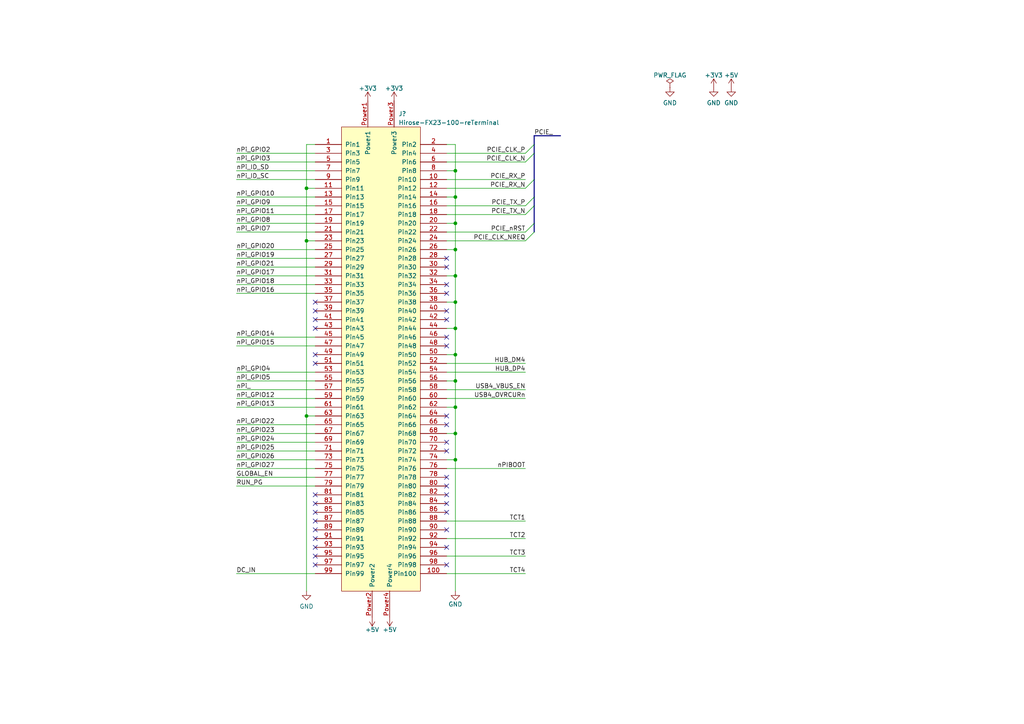
<source format=kicad_sch>
(kicad_sch (version 20211123) (generator eeschema)
  (paper "A4")
  (lib_symbols
    (symbol "local:Hirose-FX23-100-reTerminal" (pin_names (offset 1.016))
      (property "Reference" "J?" (at 5.08 71.12 0))
      (property "Value" "Hirose-FX23-100-reTerminal" (at 5.08 68.58 0))
      (symbol "Hirose-FX23-100-reTerminal_0_0"
        (pin passive line (at -3.81 74.93 270) (length 7.68) (name "Power1") (number "Power1"))
        (pin passive line (at -2.54 -74.93 90) (length 7.68) (name "Power2") (number "Power2"))
        (pin passive line (at 3.81 74.93 270) (length 7.68) (name "Power3") (number "Power3"))
        (pin passive line (at 2.54 -74.93 90) (length 7.68) (name "Power4") (number "Power4"))
      )
      (symbol "Hirose-FX23-100-reTerminal_1_0"
        (rectangle (start -11.43 -67.31) (end 11.43 67.31) (fill (type background)))
      )
      (symbol "Hirose-FX23-100-reTerminal_1_1"
        (pin passive line (at -19.05 62.23 0) (length 7.62) (name "Pin1") (number "1"))
        (pin passive line (at 19.05 52.07 180) (length 7.62) (name "Pin10") (number "10"))
        (pin passive line (at 19.05 -62.23 180) (length 7.62) (name "Pin100") (number "100"))
        (pin passive line (at -19.05 49.53 0) (length 7.62) (name "Pin11") (number "11"))
        (pin passive line (at 19.05 49.53 180) (length 7.62) (name "Pin12") (number "12"))
        (pin passive line (at -19.05 46.99 0) (length 7.62) (name "Pin13") (number "13"))
        (pin passive line (at 19.05 46.99 180) (length 7.62) (name "Pin14") (number "14"))
        (pin passive line (at -19.05 44.45 0) (length 7.62) (name "Pin15") (number "15"))
        (pin passive line (at 19.05 44.45 180) (length 7.62) (name "Pin16") (number "16"))
        (pin passive line (at -19.05 41.91 0) (length 7.62) (name "Pin17") (number "17"))
        (pin passive line (at 19.05 41.91 180) (length 7.62) (name "Pin18") (number "18"))
        (pin passive line (at -19.05 39.37 0) (length 7.62) (name "Pin19") (number "19"))
        (pin passive line (at 19.05 62.23 180) (length 7.62) (name "Pin2") (number "2"))
        (pin passive line (at 19.05 39.37 180) (length 7.62) (name "Pin20") (number "20"))
        (pin passive line (at -19.05 36.83 0) (length 7.62) (name "Pin21") (number "21"))
        (pin passive line (at 19.05 36.83 180) (length 7.62) (name "Pin22") (number "22"))
        (pin passive line (at -19.05 34.29 0) (length 7.62) (name "Pin23") (number "23"))
        (pin passive line (at 19.05 34.29 180) (length 7.62) (name "Pin24") (number "24"))
        (pin passive line (at -19.05 31.75 0) (length 7.62) (name "Pin25") (number "25"))
        (pin passive line (at 19.05 31.75 180) (length 7.62) (name "Pin26") (number "26"))
        (pin passive line (at -19.05 29.21 0) (length 7.62) (name "Pin27") (number "27"))
        (pin passive line (at 19.05 29.21 180) (length 7.62) (name "Pin28") (number "28"))
        (pin passive line (at -19.05 26.67 0) (length 7.62) (name "Pin29") (number "29"))
        (pin passive line (at -19.05 59.69 0) (length 7.62) (name "Pin3") (number "3"))
        (pin passive line (at 19.05 26.67 180) (length 7.62) (name "Pin30") (number "30"))
        (pin passive line (at -19.05 24.13 0) (length 7.62) (name "Pin31") (number "31"))
        (pin passive line (at 19.05 24.13 180) (length 7.62) (name "Pin32") (number "32"))
        (pin passive line (at -19.05 21.59 0) (length 7.62) (name "Pin33") (number "33"))
        (pin passive line (at 19.05 21.59 180) (length 7.62) (name "Pin34") (number "34"))
        (pin passive line (at -19.05 19.05 0) (length 7.62) (name "Pin35") (number "35"))
        (pin passive line (at 19.05 19.05 180) (length 7.62) (name "Pin36") (number "36"))
        (pin passive line (at -19.05 16.51 0) (length 7.62) (name "Pin37") (number "37"))
        (pin passive line (at 19.05 16.51 180) (length 7.62) (name "Pin38") (number "38"))
        (pin passive line (at -19.05 13.97 0) (length 7.62) (name "Pin39") (number "39"))
        (pin passive line (at 19.05 59.69 180) (length 7.62) (name "Pin4") (number "4"))
        (pin passive line (at 19.05 13.97 180) (length 7.62) (name "Pin40") (number "40"))
        (pin passive line (at -19.05 11.43 0) (length 7.62) (name "Pin41") (number "41"))
        (pin passive line (at 19.05 11.43 180) (length 7.62) (name "Pin42") (number "42"))
        (pin passive line (at -19.05 8.89 0) (length 7.62) (name "Pin43") (number "43"))
        (pin passive line (at 19.05 8.89 180) (length 7.62) (name "Pin44") (number "44"))
        (pin passive line (at -19.05 6.35 0) (length 7.62) (name "Pin45") (number "45"))
        (pin passive line (at 19.05 6.35 180) (length 7.62) (name "Pin46") (number "46"))
        (pin passive line (at -19.05 3.81 0) (length 7.62) (name "Pin47") (number "47"))
        (pin passive line (at 19.05 3.81 180) (length 7.62) (name "Pin48") (number "48"))
        (pin passive line (at -19.05 1.27 0) (length 7.62) (name "Pin49") (number "49"))
        (pin passive line (at -19.05 57.15 0) (length 7.62) (name "Pin5") (number "5"))
        (pin passive line (at 19.05 1.27 180) (length 7.62) (name "Pin50") (number "50"))
        (pin passive line (at -19.05 -1.27 0) (length 7.62) (name "Pin51") (number "51"))
        (pin passive line (at 19.05 -1.27 180) (length 7.62) (name "Pin52") (number "52"))
        (pin passive line (at -19.05 -3.81 0) (length 7.62) (name "Pin53") (number "53"))
        (pin passive line (at 19.05 -3.81 180) (length 7.62) (name "Pin54") (number "54"))
        (pin passive line (at -19.05 -6.35 0) (length 7.62) (name "Pin55") (number "55"))
        (pin passive line (at 19.05 -6.35 180) (length 7.62) (name "Pin56") (number "56"))
        (pin passive line (at -19.05 -8.89 0) (length 7.62) (name "Pin57") (number "57"))
        (pin passive line (at 19.05 -8.89 180) (length 7.62) (name "Pin58") (number "58"))
        (pin passive line (at -19.05 -11.43 0) (length 7.62) (name "Pin59") (number "59"))
        (pin passive line (at 19.05 57.15 180) (length 7.62) (name "Pin6") (number "6"))
        (pin passive line (at 19.05 -11.43 180) (length 7.62) (name "Pin60") (number "60"))
        (pin passive line (at -19.05 -13.97 0) (length 7.62) (name "Pin61") (number "61"))
        (pin passive line (at 19.05 -13.97 180) (length 7.62) (name "Pin62") (number "62"))
        (pin passive line (at -19.05 -16.51 0) (length 7.62) (name "Pin63") (number "63"))
        (pin passive line (at 19.05 -16.51 180) (length 7.62) (name "Pin64") (number "64"))
        (pin passive line (at -19.05 -19.05 0) (length 7.62) (name "Pin65") (number "65"))
        (pin passive line (at 19.05 -19.05 180) (length 7.62) (name "Pin66") (number "66"))
        (pin passive line (at -19.05 -21.59 0) (length 7.62) (name "Pin67") (number "67"))
        (pin passive line (at 19.05 -21.59 180) (length 7.62) (name "Pin68") (number "68"))
        (pin passive line (at -19.05 -24.13 0) (length 7.62) (name "Pin69") (number "69"))
        (pin passive line (at -19.05 54.61 0) (length 7.62) (name "Pin7") (number "7"))
        (pin passive line (at 19.05 -24.13 180) (length 7.62) (name "Pin70") (number "70"))
        (pin passive line (at -19.05 -26.67 0) (length 7.62) (name "Pin71") (number "71"))
        (pin passive line (at 19.05 -26.67 180) (length 7.62) (name "Pin72") (number "72"))
        (pin passive line (at -19.05 -29.21 0) (length 7.62) (name "Pin73") (number "73"))
        (pin passive line (at 19.05 -29.21 180) (length 7.62) (name "Pin74") (number "74"))
        (pin passive line (at -19.05 -31.75 0) (length 7.62) (name "Pin75") (number "75"))
        (pin passive line (at 19.05 -31.75 180) (length 7.62) (name "Pin76") (number "76"))
        (pin passive line (at -19.05 -34.29 0) (length 7.62) (name "Pin77") (number "77"))
        (pin passive line (at 19.05 -34.29 180) (length 7.62) (name "Pin78") (number "78"))
        (pin passive line (at -19.05 -36.83 0) (length 7.62) (name "Pin79") (number "79"))
        (pin passive line (at 19.05 54.61 180) (length 7.62) (name "Pin8") (number "8"))
        (pin passive line (at 19.05 -36.83 180) (length 7.62) (name "Pin80") (number "80"))
        (pin passive line (at -19.05 -39.37 0) (length 7.62) (name "Pin81") (number "81"))
        (pin passive line (at 19.05 -39.37 180) (length 7.62) (name "Pin82") (number "82"))
        (pin passive line (at -19.05 -41.91 0) (length 7.62) (name "Pin83") (number "83"))
        (pin passive line (at 19.05 -41.91 180) (length 7.62) (name "Pin84") (number "84"))
        (pin passive line (at -19.05 -44.45 0) (length 7.62) (name "Pin85") (number "85"))
        (pin passive line (at 19.05 -44.45 180) (length 7.62) (name "Pin86") (number "86"))
        (pin passive line (at -19.05 -46.99 0) (length 7.62) (name "Pin87") (number "87"))
        (pin passive line (at 19.05 -46.99 180) (length 7.62) (name "Pin88") (number "88"))
        (pin passive line (at -19.05 -49.53 0) (length 7.62) (name "Pin89") (number "89"))
        (pin passive line (at -19.05 52.07 0) (length 7.62) (name "Pin9") (number "9"))
        (pin passive line (at 19.05 -49.53 180) (length 7.62) (name "Pin90") (number "90"))
        (pin passive line (at -19.05 -52.07 0) (length 7.62) (name "Pin91") (number "91"))
        (pin passive line (at 19.05 -52.07 180) (length 7.62) (name "Pin92") (number "92"))
        (pin passive line (at -19.05 -54.61 0) (length 7.62) (name "Pin93") (number "93"))
        (pin passive line (at 19.05 -54.61 180) (length 7.62) (name "Pin94") (number "94"))
        (pin passive line (at -19.05 -57.15 0) (length 7.62) (name "Pin95") (number "95"))
        (pin passive line (at 19.05 -57.15 180) (length 7.62) (name "Pin96") (number "96"))
        (pin passive line (at -19.05 -59.69 0) (length 7.62) (name "Pin97") (number "97"))
        (pin passive line (at 19.05 -59.69 180) (length 7.62) (name "Pin98") (number "98"))
        (pin passive line (at -19.05 -62.23 0) (length 7.62) (name "Pin99") (number "99"))
      )
    )
    (symbol "power:+3.3V" (power) (pin_names (offset 0))
      (property "Value" "+3.3V" (at 0 3.556 0))
      (symbol "+3.3V_0_1"
        (polyline (pts (xy -0.762 1.27) (xy 0 2.54)))
        (polyline (pts (xy 0 0) (xy 0 2.54)))
        (polyline (pts (xy 0 2.54) (xy 0.762 1.27)))
      )
      (symbol "+3.3V_1_1"
        (pin power_in line (at 0 0 90) (length 0) hide (name "+3V3") (number "1"))
      )
    )
    (symbol "power:+5V" (power) (pin_names (offset 0))
      (property "Value" "+5V" (at 0 3.556 0))
      (symbol "+5V_0_1"
        (polyline (pts (xy -0.762 1.27) (xy 0 2.54)))
        (polyline (pts (xy 0 0) (xy 0 2.54)))
        (polyline (pts (xy 0 2.54) (xy 0.762 1.27)))
      )
      (symbol "+5V_1_1"
        (pin power_in line (at 0 0 90) (length 0) hide (name "+5V") (number "1"))
      )
    )
    (symbol "power:GND" (power) (pin_names (offset 0))
      (property "Value" "GND" (at 0 -3.81 0))
      (symbol "GND_0_1"
        (polyline (pts (xy 0 0) (xy 0 -1.27) (xy 1.27 -1.27) (xy 0 -2.54) (xy -1.27 -1.27) (xy 0 -1.27)))
      )
      (symbol "GND_1_1"
        (pin power_in line (at 0 0 270) (length 0) hide (name "GND") (number "1"))
      )
    )
    (symbol "power:PWR_FLAG" (power) (pin_numbers hide) (pin_names (offset 0) hide)
      (property "Value" "PWR_FLAG" (at 0 3.81 0))
      (symbol "PWR_FLAG_0_0"
        (pin power_out line (at 0 0 90) (length 0) (name "pwr") (number "1"))
      )
      (symbol "PWR_FLAG_0_1"
        (polyline (pts (xy 0 0) (xy 0 1.27) (xy -1.016 1.905) (xy 0 2.54) (xy 1.016 1.905) (xy 0 1.27)))
      )
    )
  )
  (junction (at 132.08 49.53))
  (junction (at 132.08 133.35))
  (junction (at 132.08 110.49))
  (junction (at 132.08 102.87))
  (junction (at 132.08 87.63))
  (junction (at 88.9 69.85))
  (junction (at 132.08 125.73))
  (junction (at 132.08 118.11))
  (junction (at 132.08 80.01))
  (junction (at 88.9 54.61))
  (junction (at 132.08 57.15))
  (junction (at 132.08 95.25))
  (junction (at 132.08 72.39))
  (junction (at 132.08 64.77))
  (junction (at 88.9 120.65))
  (no_connect (at 129.54 120.65))
  (no_connect (at 129.54 123.19))
  (no_connect (at 129.54 128.27))
  (no_connect (at 129.54 130.81))
  (no_connect (at 129.54 153.67))
  (no_connect (at 129.54 158.75))
  (no_connect (at 129.54 163.83))
  (no_connect (at 129.54 138.43))
  (no_connect (at 129.54 140.97))
  (no_connect (at 129.54 143.51))
  (no_connect (at 129.54 146.05))
  (no_connect (at 129.54 148.59))
  (no_connect (at 91.44 146.05))
  (no_connect (at 91.44 143.51))
  (no_connect (at 91.44 161.29))
  (no_connect (at 91.44 163.83))
  (no_connect (at 91.44 148.59))
  (no_connect (at 91.44 151.13))
  (no_connect (at 91.44 153.67))
  (no_connect (at 91.44 156.21))
  (no_connect (at 91.44 158.75))
  (no_connect (at 91.44 105.41))
  (no_connect (at 91.44 102.87))
  (no_connect (at 91.44 87.63))
  (no_connect (at 91.44 90.17))
  (no_connect (at 91.44 92.71))
  (no_connect (at 91.44 95.25))
  (no_connect (at 129.54 74.93))
  (no_connect (at 129.54 77.47))
  (no_connect (at 129.54 82.55))
  (no_connect (at 129.54 85.09))
  (no_connect (at 129.54 90.17))
  (no_connect (at 129.54 92.71))
  (no_connect (at 129.54 97.79))
  (no_connect (at 129.54 100.33))
  (bus_entry (at 152.4 69.85) (size 2.54 -2.54))
  (bus_entry (at 152.4 44.45) (size 2.54 -2.54))
  (bus_entry (at 152.4 59.69) (size 2.54 -2.54))
  (bus_entry (at 152.4 54.61) (size 2.54 -2.54))
  (bus_entry (at 152.4 67.31) (size 2.54 -2.54))
  (bus_entry (at 152.4 62.23) (size 2.54 -2.54))
  (bus_entry (at 152.4 46.99) (size 2.54 -2.54))
  (bus (pts (xy 154.94 59.69) (xy 154.94 57.15)))
  (wire (pts (xy 132.08 49.53) (xy 132.08 57.15)))
  (wire (pts (xy 88.9 120.65) (xy 91.44 120.65)))
  (wire (pts (xy 132.08 110.49) (xy 132.08 118.11)))
  (wire (pts (xy 88.9 69.85) (xy 91.44 69.85)))
  (wire (pts (xy 88.9 41.91) (xy 88.9 54.61)))
  (wire (pts (xy 132.08 87.63) (xy 132.08 95.25)))
  (wire (pts (xy 68.58 100.33) (xy 91.44 100.33)))
  (bus (pts (xy 154.94 39.37) (xy 162.56 39.37)))
  (wire (pts (xy 68.58 125.73) (xy 91.44 125.73)))
  (wire (pts (xy 129.54 151.13) (xy 152.4 151.13)))
  (wire (pts (xy 129.54 156.21) (xy 152.4 156.21)))
  (wire (pts (xy 68.58 107.95) (xy 91.44 107.95)))
  (wire (pts (xy 88.9 120.65) (xy 88.9 171.45)))
  (wire (pts (xy 88.9 69.85) (xy 88.9 120.65)))
  (wire (pts (xy 129.54 113.03) (xy 152.4 113.03)))
  (bus (pts (xy 154.94 67.31) (xy 154.94 64.77)))
  (bus (pts (xy 154.94 64.77) (xy 154.94 59.69)))
  (wire (pts (xy 132.08 95.25) (xy 132.08 102.87)))
  (wire (pts (xy 68.58 52.07) (xy 91.44 52.07)))
  (wire (pts (xy 129.54 110.49) (xy 132.08 110.49)))
  (wire (pts (xy 129.54 80.01) (xy 132.08 80.01)))
  (wire (pts (xy 91.44 41.91) (xy 88.9 41.91)))
  (wire (pts (xy 129.54 133.35) (xy 132.08 133.35)))
  (wire (pts (xy 68.58 77.47) (xy 91.44 77.47)))
  (wire (pts (xy 68.58 128.27) (xy 91.44 128.27)))
  (wire (pts (xy 132.08 118.11) (xy 132.08 125.73)))
  (wire (pts (xy 132.08 102.87) (xy 132.08 110.49)))
  (bus (pts (xy 154.94 52.07) (xy 154.94 44.45)))
  (wire (pts (xy 129.54 72.39) (xy 132.08 72.39)))
  (wire (pts (xy 68.58 74.93) (xy 91.44 74.93)))
  (wire (pts (xy 129.54 125.73) (xy 132.08 125.73)))
  (wire (pts (xy 129.54 54.61) (xy 152.4 54.61)))
  (wire (pts (xy 68.58 113.03) (xy 91.44 113.03)))
  (wire (pts (xy 132.08 133.35) (xy 132.08 171.45)))
  (wire (pts (xy 68.58 57.15) (xy 91.44 57.15)))
  (wire (pts (xy 68.58 67.31) (xy 91.44 67.31)))
  (wire (pts (xy 129.54 115.57) (xy 152.4 115.57)))
  (wire (pts (xy 129.54 52.07) (xy 152.4 52.07)))
  (wire (pts (xy 129.54 46.99) (xy 152.4 46.99)))
  (bus (pts (xy 154.94 44.45) (xy 154.94 41.91)))
  (bus (pts (xy 154.94 57.15) (xy 154.94 52.07)))
  (wire (pts (xy 68.58 115.57) (xy 91.44 115.57)))
  (wire (pts (xy 68.58 133.35) (xy 91.44 133.35)))
  (wire (pts (xy 129.54 135.89) (xy 152.4 135.89)))
  (wire (pts (xy 129.54 161.29) (xy 152.4 161.29)))
  (wire (pts (xy 132.08 72.39) (xy 132.08 80.01)))
  (wire (pts (xy 68.58 140.97) (xy 91.44 140.97)))
  (wire (pts (xy 88.9 54.61) (xy 88.9 69.85)))
  (wire (pts (xy 68.58 85.09) (xy 91.44 85.09)))
  (wire (pts (xy 132.08 64.77) (xy 132.08 72.39)))
  (wire (pts (xy 68.58 49.53) (xy 91.44 49.53)))
  (wire (pts (xy 68.58 59.69) (xy 91.44 59.69)))
  (wire (pts (xy 129.54 102.87) (xy 132.08 102.87)))
  (wire (pts (xy 68.58 97.79) (xy 91.44 97.79)))
  (wire (pts (xy 68.58 44.45) (xy 91.44 44.45)))
  (wire (pts (xy 129.54 59.69) (xy 152.4 59.69)))
  (wire (pts (xy 132.08 57.15) (xy 132.08 64.77)))
  (wire (pts (xy 129.54 69.85) (xy 152.4 69.85)))
  (wire (pts (xy 129.54 118.11) (xy 132.08 118.11)))
  (wire (pts (xy 68.58 82.55) (xy 91.44 82.55)))
  (wire (pts (xy 68.58 130.81) (xy 91.44 130.81)))
  (wire (pts (xy 129.54 107.95) (xy 152.4 107.95)))
  (wire (pts (xy 129.54 105.41) (xy 152.4 105.41)))
  (wire (pts (xy 132.08 41.91) (xy 132.08 49.53)))
  (wire (pts (xy 129.54 166.37) (xy 152.4 166.37)))
  (wire (pts (xy 132.08 125.73) (xy 132.08 133.35)))
  (wire (pts (xy 129.54 67.31) (xy 152.4 67.31)))
  (wire (pts (xy 68.58 166.37) (xy 91.44 166.37)))
  (wire (pts (xy 68.58 110.49) (xy 91.44 110.49)))
  (wire (pts (xy 129.54 49.53) (xy 132.08 49.53)))
  (wire (pts (xy 68.58 118.11) (xy 91.44 118.11)))
  (bus (pts (xy 154.94 41.91) (xy 154.94 39.37)))
  (wire (pts (xy 129.54 62.23) (xy 152.4 62.23)))
  (wire (pts (xy 68.58 46.99) (xy 91.44 46.99)))
  (wire (pts (xy 88.9 54.61) (xy 91.44 54.61)))
  (wire (pts (xy 68.58 72.39) (xy 91.44 72.39)))
  (wire (pts (xy 129.54 57.15) (xy 132.08 57.15)))
  (wire (pts (xy 68.58 123.19) (xy 91.44 123.19)))
  (wire (pts (xy 129.54 64.77) (xy 132.08 64.77)))
  (wire (pts (xy 68.58 64.77) (xy 91.44 64.77)))
  (wire (pts (xy 132.08 80.01) (xy 132.08 87.63)))
  (wire (pts (xy 129.54 41.91) (xy 132.08 41.91)))
  (wire (pts (xy 129.54 44.45) (xy 152.4 44.45)))
  (wire (pts (xy 68.58 80.01) (xy 91.44 80.01)))
  (wire (pts (xy 68.58 138.43) (xy 91.44 138.43)))
  (wire (pts (xy 68.58 135.89) (xy 91.44 135.89)))
  (wire (pts (xy 129.54 95.25) (xy 132.08 95.25)))
  (wire (pts (xy 129.54 87.63) (xy 132.08 87.63)))
  (wire (pts (xy 68.58 62.23) (xy 91.44 62.23)))
  (label "nPi_GPIO12" (at 68.58 115.57 0))
  (label "PCIE_RX_N" (at 152.4 54.61 180))
  (label "nPi_GPIO19" (at 68.58 74.93 0))
  (label "nPi_GPIO7" (at 68.58 67.31 0))
  (label "HUB_DM4" (at 152.4 105.41 180))
  (label "PCIE_" (at 154.94 39.37 0))
  (label "USB4_OVRCURn" (at 152.4 115.57 180))
  (label "nPi_GPIO20" (at 68.58 72.39 0))
  (label "nPi_GPIO24" (at 68.58 128.27 0))
  (label "PCIE_CLK_P" (at 152.4 44.45 180))
  (label "nPi_GPIO3" (at 68.58 46.99 0))
  (label "nPi_GPIO9" (at 68.58 59.69 0))
  (label "nPi_GPIO25" (at 68.58 130.81 0))
  (label "TCT3" (at 152.4 161.29 180))
  (label "nPi_GPIO11" (at 68.58 62.23 0))
  (label "nPIBOOT" (at 152.4 135.89 180))
  (label "nPi_GPIO27" (at 68.58 135.89 0))
  (label "nPi_GPIO4" (at 68.58 107.95 0))
  (label "nPi_ID_SD" (at 68.58 49.53 0))
  (label "nPi_GPIO21" (at 68.58 77.47 0))
  (label "nPi_GPIO18" (at 68.58 82.55 0))
  (label "TCT1" (at 152.4 151.13 180))
  (label "PCIE_CLK_N" (at 152.4 46.99 180))
  (label "nPi_GPIO15" (at 68.58 100.33 0))
  (label "nPi_GPIO26" (at 68.58 133.35 0))
  (label "nPi_GPIO22" (at 68.58 123.19 0))
  (label "nPi_ID_SC" (at 68.58 52.07 0))
  (label "PCIE_nRST" (at 152.4 67.31 180))
  (label "PCIE_RX_P" (at 152.4 52.07 180))
  (label "nPi_GPIO8" (at 68.58 64.77 0))
  (label "GLOBAL_EN" (at 68.58 138.43 0))
  (label "RUN_PG" (at 68.58 140.97 0))
  (label "nPi_GPIO16" (at 68.58 85.09 0))
  (label "nPi_GPIO23" (at 68.58 125.73 0))
  (label "TCT2" (at 152.4 156.21 180))
  (label "PCIE_TX_P" (at 152.4 59.69 180))
  (label "PCIE_TX_N" (at 152.4 62.23 180))
  (label "TCT4" (at 152.4 166.37 180))
  (label "USB4_VBUS_EN" (at 152.4 113.03 180))
  (label "HUB_DP4" (at 152.4 107.95 180))
  (label "nPi_GPIO5" (at 68.58 110.49 0))
  (label "nPi_GPIO13" (at 68.58 118.11 0))
  (label "nPi_GPIO17" (at 68.58 80.01 0))
  (label "nPi_GPIO2" (at 68.58 44.45 0))
  (label "DC_IN" (at 68.58 166.37 0))
  (label "nPi_" (at 68.58 113.03 0))
  (label "nPi_GPIO14" (at 68.58 97.79 0))
  (label "nPi_GPIO10" (at 68.58 57.15 0))
  (label "PCIE_CLK_NREQ" (at 152.4 69.85 180))
  (symbol (lib_id "power:PWR_FLAG") (at 194.31 25.4 0) (unit 1)
    (property "Reference" "#FLG?" (effects hide))
    (property "Value" "PWR_FLAG" (at 194.31 21.8242 0))
  )
  (symbol (lib_id "power:GND") (at 207.01 25.4 0) (unit 1)
    (property "Reference" "#PWR?" (effects hide))
    (property "Value" "GND" (at 207.01 29.8434 0))
  )
  (symbol (lib_id "power:+3.3V") (at 114.3 29.21 0) (unit 1)
    (property "Reference" "#PWR?" (effects hide))
    (property "Value" "+3.3V" (at 114.3 25.6342 0))
  )
  (symbol (lib_id "power:GND") (at 212.09 25.4 0) (unit 1)
    (property "Reference" "#PWR?" (effects hide))
    (property "Value" "GND" (at 212.09 29.8434 0))
  )
  (symbol (lib_id "power:GND") (at 88.9 171.45 0) (unit 1)
    (property "Reference" "#PWR?" (effects hide))
    (property "Value" "GND" (at 88.9 175.8934 0))
  )
  (symbol (lib_id "power:GND") (at 132.08 171.45 0) (unit 1)
    (property "Reference" "#PWR?" (effects hide))
    (property "Value" "GND" (at 132.08 175.26 0))
  )
  (symbol (lib_id "power:+3.3V") (at 207.01 25.4 0) (unit 1)
    (property "Reference" "#PWR?" (effects hide))
    (property "Value" "+3.3V" (at 207.01 21.8242 0))
  )
  (symbol (lib_id "power:+5V") (at 212.09 25.4 0) (unit 1)
    (property "Reference" "#PWR?" (effects hide))
    (property "Value" "+5V" (at 212.09 21.8242 0))
  )
  (symbol (lib_id "power:+5V") (at 107.95 179.07 180) (unit 1)
    (property "Reference" "#PWR?" (effects hide))
    (property "Value" "+5V" (at 107.95 182.6458 0))
  )
  (symbol (lib_id "power:+3.3V") (at 106.68 29.21 0) (unit 1)
    (property "Reference" "#PWR?" (effects hide))
    (property "Value" "+3.3V" (at 106.68 25.6342 0))
  )
  (symbol (lib_id "power:+5V") (at 113.03 179.07 180) (unit 1)
    (property "Reference" "#PWR?" (effects hide))
    (property "Value" "+5V" (at 113.03 182.6458 0))
  )
  (symbol (lib_id "power:GND") (at 194.31 25.4 0) (unit 1)
    (property "Reference" "#PWR?" (effects hide))
    (property "Value" "GND" (at 194.31 29.8434 0))
  )
  (symbol (lib_id "local:Hirose-FX23-100-reTerminal") (at 110.49 104.14 0) (unit 1)
    (property "Reference" "J?" (at 115.57 33.02 0) (effects (justify left)))
    (property "Value" "Hirose-FX23-100-reTerminal" (at 115.57 35.56 0) (effects (justify left)))
  )
)
</source>
